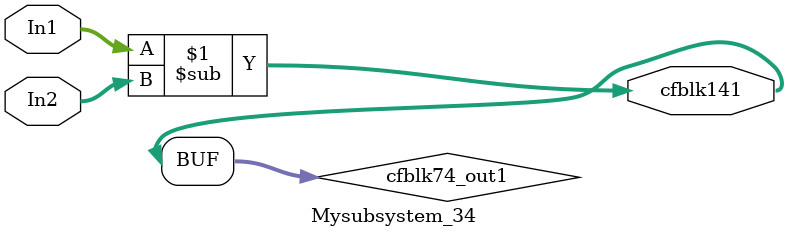
<source format=v>



`timescale 1 ns / 1 ns

module Mysubsystem_34
          (In1,
           In2,
           cfblk141);


  input   [7:0] In1;  // uint8
  input   [7:0] In2;  // uint8
  output  [7:0] cfblk141;  // uint8


  wire [7:0] cfblk74_out1;  // uint8


  assign cfblk74_out1 = In1 - In2;



  assign cfblk141 = cfblk74_out1;

endmodule  // Mysubsystem_34


</source>
